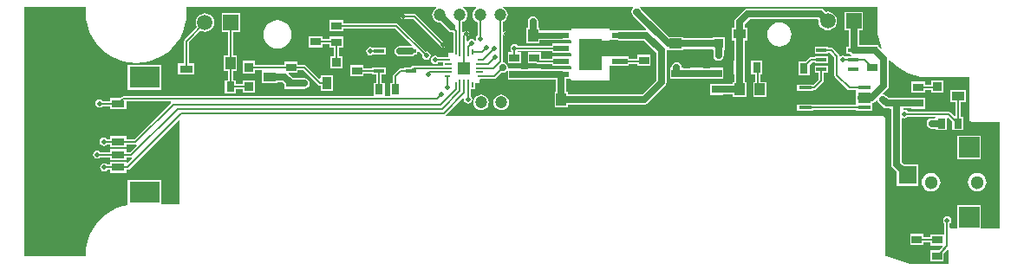
<source format=gtl>
%FSLAX25Y25*%
%MOIN*%
G70*
G01*
G75*
G04 Layer_Physical_Order=1*
G04 Layer_Color=255*
%ADD10R,0.07874X0.07874*%
%ADD11R,0.07087X0.07087*%
%ADD12R,0.03937X0.01575*%
%ADD13R,0.03937X0.03150*%
%ADD14R,0.03150X0.03937*%
%ADD15R,0.03937X0.04724*%
%ADD16R,0.04724X0.03937*%
%ADD17R,0.05118X0.05118*%
%ADD18R,0.02362X0.00787*%
%ADD19R,0.03150X0.00787*%
%ADD20R,0.00787X0.02362*%
%ADD21R,0.00787X0.03150*%
%ADD22C,0.04724*%
%ADD23R,0.11811X0.08268*%
%ADD24R,0.05118X0.03150*%
%ADD25R,0.05118X0.03150*%
%ADD26R,0.05000X0.03600*%
%ADD27R,0.03600X0.03600*%
%ADD28R,0.03600X0.05000*%
%ADD29R,0.03600X0.03600*%
%ADD30R,0.08898X0.12402*%
%ADD31R,0.05906X0.02400*%
%ADD32R,0.05118X0.01260*%
%ADD33C,0.02756*%
%ADD34C,0.00787*%
%ADD35C,0.02362*%
%ADD36C,0.01969*%
%ADD37R,0.09252X0.06142*%
%ADD38C,0.05118*%
%ADD39R,0.05906X0.05906*%
%ADD40C,0.05906*%
%ADD41C,0.01969*%
%ADD42C,0.02756*%
G36*
X329006Y-8858D02*
X328986D01*
X329152Y-11396D01*
X329648Y-13890D01*
X330466Y-16297D01*
X330851Y-17079D01*
X330445Y-17370D01*
X329535Y-16460D01*
X329503Y-16439D01*
Y-15714D01*
X324385D01*
Y-15872D01*
X321957D01*
Y-10153D01*
X323493D01*
Y-3067D01*
X316407D01*
Y-10153D01*
X317943D01*
Y-16468D01*
X317168D01*
Y-19223D01*
X318481D01*
X318531Y-19298D01*
X319176Y-19729D01*
X319030Y-20208D01*
X317168D01*
Y-20208D01*
X316610Y-20208D01*
X316452Y-20102D01*
X315838Y-19980D01*
X315223Y-20102D01*
X315013Y-20243D01*
X314529Y-20119D01*
X314508Y-20079D01*
X314508Y-20079D01*
X314508D01*
Y-20079D01*
X314508D01*
X314508Y-20079D01*
X314431Y-19695D01*
X314213Y-19369D01*
X311980Y-17136D01*
X311655Y-16918D01*
X311271Y-16842D01*
X310081D01*
Y-16468D01*
X304963D01*
Y-19223D01*
X310081D01*
Y-18849D01*
X310855D01*
X312500Y-20494D01*
Y-27559D01*
X312500Y-27559D01*
X312500D01*
X312577Y-27943D01*
X312794Y-28269D01*
X317572Y-33047D01*
X317898Y-33264D01*
X317962Y-33277D01*
X318282Y-33341D01*
X320849D01*
X320849Y-33558D01*
X320849D01*
X320849Y-33676D01*
X320849D01*
Y-35991D01*
X320788Y-36299D01*
X320849Y-36607D01*
Y-38440D01*
X320849Y-38440D01*
X320849D01*
X320849Y-38676D01*
Y-38794D01*
X320849D01*
X320849Y-39011D01*
X304511D01*
Y-38794D01*
X298212D01*
Y-41235D01*
X304511D01*
Y-41018D01*
X320849D01*
Y-41235D01*
X327149D01*
Y-39029D01*
X327149Y-39029D01*
D01*
D01*
X327149Y-38794D01*
Y-38784D01*
Y-38735D01*
X327149Y-38676D01*
X327149Y-38440D01*
X327149Y-38440D01*
X327149D01*
Y-38192D01*
X327343Y-38153D01*
X327994Y-37718D01*
X328636Y-37076D01*
X329115Y-37221D01*
X329190Y-37598D01*
X329625Y-38249D01*
X331161Y-39785D01*
X331812Y-40220D01*
X332580Y-40373D01*
X333809D01*
Y-40531D01*
X334361D01*
Y-61725D01*
X334514Y-62493D01*
X334949Y-63144D01*
X336497Y-64693D01*
Y-70122D01*
X344765D01*
Y-61854D01*
X339336D01*
X338375Y-60894D01*
Y-44135D01*
X338816Y-43899D01*
X338913Y-43964D01*
X339528Y-44086D01*
X340142Y-43964D01*
X340663Y-43616D01*
X340751Y-43484D01*
X351139D01*
X351297Y-43641D01*
X351105Y-44103D01*
X349968D01*
X349200Y-44256D01*
X348549Y-44691D01*
X348114Y-45342D01*
X347961Y-46110D01*
X348114Y-46878D01*
X348549Y-47529D01*
X349200Y-47964D01*
X349968Y-48117D01*
X351493D01*
Y-48669D01*
X355824D01*
Y-44049D01*
X356286Y-43857D01*
X357792Y-45364D01*
Y-48669D01*
X362123D01*
Y-43551D01*
X361044D01*
Y-37979D01*
X363131D01*
Y-33198D01*
X356950D01*
Y-37979D01*
X359037D01*
Y-43117D01*
X358575Y-43308D01*
X357038Y-41771D01*
X356712Y-41553D01*
X356328Y-41477D01*
X340751D01*
X340663Y-41345D01*
X340142Y-40997D01*
X339528Y-40875D01*
X339362Y-40907D01*
X338947Y-40630D01*
X338927Y-40531D01*
X338927D01*
X338927Y-40373D01*
X342164D01*
Y-40531D01*
X347283D01*
Y-36200D01*
X342164D01*
Y-36359D01*
X338927D01*
Y-36200D01*
X333809D01*
Y-36359D01*
X333411D01*
X332463Y-35411D01*
X331812Y-34976D01*
X331044Y-34823D01*
X330990Y-34722D01*
X332876Y-32836D01*
X333311Y-32185D01*
X333464Y-31417D01*
X333464Y-31417D01*
X333464Y-31417D01*
Y-31417D01*
Y-21927D01*
X333932Y-21751D01*
X334680Y-22604D01*
X336592Y-24281D01*
X338706Y-25693D01*
X340986Y-26818D01*
X343394Y-27635D01*
X345888Y-28131D01*
X348425Y-28297D01*
Y-28277D01*
X364243D01*
Y-44291D01*
X364327Y-44717D01*
X364568Y-45078D01*
X364929Y-45319D01*
X365354Y-45403D01*
X376054D01*
Y-86098D01*
Y-86487D01*
X368781D01*
Y-77602D01*
X359726D01*
Y-86487D01*
X357481D01*
X357256Y-86531D01*
X356870Y-86214D01*
Y-84688D01*
X357001Y-84600D01*
X357350Y-84079D01*
X357472Y-83465D01*
X357350Y-82850D01*
X357001Y-82329D01*
X356481Y-81981D01*
X355866Y-81859D01*
X355252Y-81981D01*
X354731Y-82329D01*
X354383Y-82850D01*
X354260Y-83465D01*
X354383Y-84079D01*
X354731Y-84600D01*
X354863Y-84688D01*
Y-88729D01*
X354863D01*
X354512D01*
X354509Y-88729D01*
X354509Y-88729D01*
Y-88729D01*
X349394D01*
Y-89857D01*
X346739D01*
Y-88695D01*
X341621D01*
Y-93026D01*
X346739D01*
Y-91864D01*
X349394D01*
Y-93059D01*
X354014D01*
X354205Y-93521D01*
X352699Y-95028D01*
X349394D01*
Y-99359D01*
X354512D01*
Y-96053D01*
X355907Y-94659D01*
X356369Y-94850D01*
Y-100069D01*
X341891D01*
X332595Y-97358D01*
X332438Y-97344D01*
X332284Y-97313D01*
X332214D01*
Y-44291D01*
X332130Y-43866D01*
X331889Y-43505D01*
X331528Y-43264D01*
X331102Y-43179D01*
X163381D01*
X163190Y-42717D01*
X169729Y-36179D01*
X170169Y-36415D01*
X170091Y-36811D01*
X170213Y-37426D01*
X170561Y-37946D01*
X171082Y-38295D01*
X171696Y-38417D01*
X172311Y-38295D01*
X172832Y-37946D01*
X173180Y-37426D01*
X173302Y-36811D01*
X173180Y-36197D01*
X172832Y-35676D01*
X172700Y-35588D01*
Y-32835D01*
X174252D01*
Y-30669D01*
X176024D01*
Y-29233D01*
X176410Y-28916D01*
X176417Y-28917D01*
X181614D01*
X181998Y-28841D01*
X182324Y-28623D01*
X184510Y-26437D01*
X185000Y-26535D01*
X185768Y-26382D01*
X186419Y-25947D01*
X186524Y-25790D01*
X187003Y-25935D01*
Y-29298D01*
X192121D01*
Y-29113D01*
X194623D01*
Y-29298D01*
X199741D01*
Y-29113D01*
X205444D01*
Y-33877D01*
X204918D01*
Y-39783D01*
X210036D01*
Y-38837D01*
X239469D01*
X240237Y-38684D01*
X240888Y-38249D01*
X247404Y-31734D01*
X247838Y-31083D01*
X247864Y-30956D01*
X247991Y-30315D01*
Y-18032D01*
X248014Y-17998D01*
X248376Y-17926D01*
X248376Y-17926D01*
X248376Y-17926D01*
X254282D01*
Y-17385D01*
X257420D01*
Y-17542D01*
X262538D01*
Y-17385D01*
X265623D01*
Y-17769D01*
X265985D01*
Y-19961D01*
X265985Y-19961D01*
X265985D01*
X266138Y-20729D01*
X266573Y-21380D01*
X267224Y-21815D01*
X267992Y-21968D01*
X268760Y-21815D01*
X269411Y-21380D01*
X269846Y-20729D01*
X269999Y-19961D01*
Y-17769D01*
X270404D01*
Y-12988D01*
X265623D01*
Y-13371D01*
X262538D01*
Y-13211D01*
X257420D01*
Y-13371D01*
X254282D01*
Y-12808D01*
X249032D01*
X238232Y-2008D01*
X237994Y-1652D01*
X237403Y-1257D01*
Y-1257D01*
X237403D01*
X237343Y-1217D01*
Y-1217D01*
X237353Y-1112D01*
X329006D01*
Y-8858D01*
D02*
G37*
G36*
X159513Y-1602D02*
X159346Y-1671D01*
X158827Y-2070D01*
X158723Y-2139D01*
X158654Y-2242D01*
X158256Y-2761D01*
X157958Y-3480D01*
X157857Y-4250D01*
X157958Y-5021D01*
X158256Y-5740D01*
X158729Y-6357D01*
X159346Y-6830D01*
X160064Y-7127D01*
X160835Y-7229D01*
X160959Y-7213D01*
X164137Y-10391D01*
X164788Y-10826D01*
X165556Y-10978D01*
X165578Y-10974D01*
X165965Y-11291D01*
Y-18465D01*
X165966Y-18472D01*
X165649Y-18858D01*
X164213D01*
Y-20295D01*
X163826Y-20612D01*
X163819Y-20611D01*
X160229D01*
X160141Y-20479D01*
X159620Y-20131D01*
X159006Y-20008D01*
X158391Y-20131D01*
X157870Y-20479D01*
X157522Y-21000D01*
X157400Y-21614D01*
X157522Y-22229D01*
X157870Y-22749D01*
X158391Y-23098D01*
X159006Y-23220D01*
X159620Y-23098D01*
X160141Y-22749D01*
X160229Y-22618D01*
X162047D01*
Y-23760D01*
X150610D01*
X150289Y-23824D01*
X150225Y-23837D01*
X149900Y-24054D01*
X149562Y-24392D01*
X147044D01*
Y-24767D01*
X145805D01*
X145421Y-24843D01*
X145095Y-25060D01*
X143067Y-27089D01*
X142849Y-27415D01*
X142773Y-27799D01*
X142773Y-27799D01*
X142773D01*
X142773Y-27799D01*
X142773D01*
Y-30421D01*
X141611D01*
Y-35539D01*
D01*
Y-35539D01*
X141500Y-35650D01*
X139642D01*
Y-35650D01*
Y-35539D01*
X139642Y-35296D01*
X139642Y-35296D01*
X139642D01*
Y-30421D01*
X138480D01*
Y-27148D01*
X139957D01*
Y-24392D01*
X134839D01*
Y-24767D01*
X131554D01*
Y-23654D01*
X126436D01*
Y-27985D01*
X131554D01*
Y-26774D01*
X134839D01*
Y-27148D01*
X136474D01*
Y-30421D01*
X135312D01*
Y-35296D01*
X135312Y-35296D01*
X135312D01*
X135312Y-35539D01*
X135201Y-35650D01*
X38980D01*
X38596Y-35726D01*
X38271Y-35944D01*
X37976Y-36238D01*
X34080D01*
Y-37400D01*
X31245D01*
X31157Y-37268D01*
X30636Y-36920D01*
X30022Y-36798D01*
X29407Y-36920D01*
X28886Y-37268D01*
X28538Y-37789D01*
X28416Y-38404D01*
X28538Y-39018D01*
X28886Y-39539D01*
X29407Y-39887D01*
X30022Y-40009D01*
X30636Y-39887D01*
X31157Y-39539D01*
X31245Y-39407D01*
X34080D01*
Y-40569D01*
X40380D01*
Y-37657D01*
X57278D01*
X57470Y-38119D01*
X43425Y-52164D01*
X40380D01*
Y-51002D01*
X34080D01*
Y-52164D01*
X32859D01*
X32771Y-52032D01*
X32250Y-51684D01*
X31636Y-51562D01*
X31021Y-51684D01*
X30500Y-52032D01*
X30152Y-52553D01*
X30030Y-53167D01*
X30152Y-53782D01*
X30500Y-54303D01*
X31021Y-54651D01*
X31636Y-54773D01*
X32250Y-54651D01*
X32771Y-54303D01*
X32859Y-54171D01*
X34080D01*
Y-55333D01*
X40380D01*
Y-54171D01*
X43840D01*
X44100Y-54119D01*
X44335Y-54560D01*
X41811Y-57085D01*
X40380D01*
Y-55923D01*
X34080D01*
Y-57085D01*
X30300D01*
X30212Y-56953D01*
X29691Y-56605D01*
X29077Y-56483D01*
X28462Y-56605D01*
X27941Y-56953D01*
X27593Y-57474D01*
X27471Y-58089D01*
X27593Y-58703D01*
X27941Y-59224D01*
X28462Y-59572D01*
X29077Y-59694D01*
X29691Y-59572D01*
X30212Y-59224D01*
X30300Y-59092D01*
X34080D01*
Y-60254D01*
X40380D01*
Y-59092D01*
X42226D01*
X42436Y-59051D01*
X42672Y-59491D01*
X40841Y-61322D01*
X40380Y-61131D01*
Y-60845D01*
X34080D01*
Y-62006D01*
X33056D01*
X32968Y-61875D01*
X32447Y-61527D01*
X31833Y-61404D01*
X31218Y-61527D01*
X30697Y-61875D01*
X30349Y-62396D01*
X30227Y-63010D01*
X30349Y-63625D01*
X30697Y-64145D01*
X31218Y-64493D01*
X31833Y-64616D01*
X32447Y-64493D01*
X32968Y-64145D01*
X33056Y-64013D01*
X34080D01*
Y-65175D01*
X40380D01*
Y-64013D01*
X40573D01*
X40957Y-63937D01*
X41282Y-63720D01*
X60237Y-44765D01*
X60699Y-44956D01*
Y-77235D01*
X53765D01*
Y-67931D01*
X40773D01*
Y-77380D01*
X40773D01*
Y-77537D01*
X39063Y-77877D01*
X36655Y-78694D01*
X34375Y-79819D01*
X32261Y-81231D01*
X30349Y-82908D01*
X28672Y-84820D01*
X27260Y-86934D01*
X26135Y-89214D01*
X25318Y-91622D01*
X24822Y-94116D01*
X24655Y-96654D01*
X24676D01*
X24676Y-96654D01*
Y-97313D01*
X1112D01*
Y-1112D01*
X24676D01*
Y-3346D01*
X24676Y-3347D01*
X24655D01*
X24822Y-5884D01*
X25318Y-8378D01*
X26135Y-10786D01*
X27260Y-13066D01*
X28672Y-15180D01*
X30349Y-17092D01*
X32261Y-18769D01*
X34375Y-20181D01*
X36655Y-21306D01*
X39063Y-22123D01*
X41557Y-22619D01*
X44094Y-22786D01*
X46632Y-22619D01*
X49126Y-22123D01*
X51534Y-21306D01*
X53814Y-20181D01*
X55928Y-18769D01*
X57840Y-17092D01*
X59517Y-15180D01*
X60929Y-13066D01*
X62054Y-10786D01*
X62871Y-8378D01*
X63367Y-5884D01*
X63534Y-3347D01*
X63513D01*
Y-1112D01*
X159415D01*
X159513Y-1602D01*
D02*
G37*
G36*
X229183Y-13961D02*
X229951Y-14113D01*
X239228D01*
X243977Y-18863D01*
Y-29484D01*
X238638Y-34823D01*
X210036D01*
Y-33877D01*
X209458D01*
Y-28897D01*
X210994D01*
Y-28897D01*
X211097D01*
X211451Y-29250D01*
Y-29606D01*
X225951D01*
Y-23897D01*
X226408D01*
Y-23897D01*
X233494D01*
Y-23110D01*
X236701D01*
Y-23996D01*
X241819D01*
Y-19665D01*
X236701D01*
Y-21103D01*
X233494D01*
Y-20316D01*
X226408D01*
Y-20316D01*
X226304D01*
X225951Y-19962D01*
Y-13897D01*
X226408D01*
Y-13897D01*
X229087D01*
X229183Y-13961D01*
D02*
G37*
G36*
X174928Y-1602D02*
X174761Y-1671D01*
X174144Y-2145D01*
X173671Y-2761D01*
X173373Y-3480D01*
X173272Y-4250D01*
X173373Y-5021D01*
X173671Y-5740D01*
X174144Y-6357D01*
X174761Y-6830D01*
X175296Y-7051D01*
Y-12241D01*
X175164Y-12329D01*
X174816Y-12850D01*
X174694Y-13465D01*
X174786Y-13928D01*
X174324Y-14119D01*
X174206Y-13943D01*
X173685Y-13595D01*
X173071Y-13473D01*
X172456Y-13595D01*
X171935Y-13943D01*
X171600Y-14445D01*
X171122Y-14300D01*
Y-12699D01*
X171694Y-12127D01*
X171911Y-11801D01*
X171988Y-11417D01*
X171911Y-11033D01*
X171694Y-10708D01*
X171368Y-10490D01*
X170984Y-10414D01*
X170600Y-10490D01*
X170275Y-10708D01*
X170012Y-10970D01*
X169550Y-10779D01*
Y-7029D01*
X170032Y-6830D01*
X170649Y-6357D01*
X171122Y-5740D01*
X171420Y-5021D01*
X171521Y-4250D01*
X171420Y-3480D01*
X171122Y-2761D01*
X170649Y-2145D01*
X170032Y-1671D01*
X169314Y-1374D01*
X168543Y-1272D01*
X168703Y-1112D01*
X174830D01*
X174928Y-1602D01*
D02*
G37*
G36*
X235247Y-1590D02*
X235156Y-1652D01*
X235132Y-1687D01*
X235097Y-1711D01*
X234662Y-2362D01*
X234509Y-3130D01*
X234662Y-3898D01*
X235097Y-4549D01*
X240185Y-9637D01*
X239993Y-10099D01*
X229951D01*
X229183Y-10252D01*
X229087Y-10316D01*
X226408D01*
Y-10316D01*
X226304D01*
X225951Y-9962D01*
Y-9606D01*
X211451D01*
Y-10316D01*
X210994D01*
Y-10316D01*
X207530D01*
X207451Y-10300D01*
X199147D01*
Y-9228D01*
X198661D01*
Y-6890D01*
X198508Y-6122D01*
X198073Y-5471D01*
X197422Y-5035D01*
X196653Y-4883D01*
X195886Y-5035D01*
X195234Y-5471D01*
X194799Y-6122D01*
X194647Y-6890D01*
Y-9228D01*
X194029D01*
Y-15133D01*
X199147D01*
Y-13913D01*
X207451D01*
X207530Y-13897D01*
X210994D01*
Y-13897D01*
X211097D01*
X211451Y-14250D01*
Y-15316D01*
X210994D01*
Y-15316D01*
X203907D01*
Y-16103D01*
X190772D01*
X190697Y-15991D01*
X190176Y-15643D01*
X189562Y-15520D01*
X188947Y-15643D01*
X188426Y-15991D01*
X188078Y-16511D01*
X187956Y-17126D01*
X188078Y-17740D01*
X188403Y-18227D01*
X188219Y-18571D01*
X188155Y-18668D01*
X187003D01*
Y-22999D01*
X192121D01*
Y-18668D01*
X190969D01*
X190904Y-18571D01*
X190720Y-18227D01*
X190798Y-18110D01*
X203907D01*
Y-18897D01*
X210994D01*
Y-18897D01*
X211097D01*
X211451Y-19250D01*
Y-20316D01*
X210994D01*
Y-20316D01*
X203907D01*
Y-21103D01*
X199741D01*
Y-18668D01*
X194623D01*
Y-22999D01*
X198018D01*
X198071Y-23033D01*
X198134Y-23046D01*
X198455Y-23110D01*
X203907D01*
Y-23897D01*
X210994D01*
Y-23897D01*
X211097D01*
X211451Y-24250D01*
Y-25316D01*
X210994D01*
Y-25316D01*
X208314D01*
X208219Y-25252D01*
X207451Y-25099D01*
X199741D01*
Y-24967D01*
X194623D01*
Y-25099D01*
X192121D01*
Y-24967D01*
X187314D01*
X186996Y-24581D01*
X187007Y-24528D01*
X186854Y-23760D01*
X186419Y-23108D01*
X185768Y-22673D01*
X185000Y-22521D01*
X184942Y-22227D01*
X184961Y-22128D01*
X184961Y-22128D01*
X184961Y-22128D01*
Y-22128D01*
Y-11899D01*
X185451Y-11801D01*
X185668Y-12127D01*
X185994Y-12344D01*
X186378Y-12421D01*
X187535D01*
X188004Y-12890D01*
X188330Y-13107D01*
X188714Y-13184D01*
X189098Y-13107D01*
X189423Y-12890D01*
X189641Y-12564D01*
X189717Y-12180D01*
X189641Y-11796D01*
X189423Y-11471D01*
X188660Y-10708D01*
X188335Y-10490D01*
X187951Y-10414D01*
X186378D01*
X185994Y-10490D01*
X185668Y-10708D01*
X185451Y-11033D01*
X184961Y-10936D01*
Y-7031D01*
X185447Y-6830D01*
X186064Y-6357D01*
X186537Y-5740D01*
X186835Y-5021D01*
X186936Y-4250D01*
X186835Y-3480D01*
X186537Y-2761D01*
X186064Y-2145D01*
X185447Y-1671D01*
X184729Y-1374D01*
X183958Y-1272D01*
X184118Y-1112D01*
X235102D01*
X235247Y-1590D01*
D02*
G37*
%LPC*%
G36*
X84053Y-3687D02*
X76967D01*
Y-10773D01*
X79450D01*
Y-20018D01*
X77681D01*
Y-25923D01*
X79450D01*
Y-29402D01*
X78092D01*
Y-34520D01*
X82422D01*
Y-32965D01*
X85026D01*
Y-34282D01*
X89807D01*
Y-29501D01*
X85026D01*
Y-30958D01*
X82422D01*
Y-29402D01*
X81457D01*
Y-25923D01*
X82799D01*
Y-20018D01*
X81457D01*
Y-10773D01*
X84053D01*
Y-3687D01*
D02*
G37*
G36*
X89807Y-22001D02*
X85026D01*
Y-26783D01*
X89807D01*
Y-25455D01*
X92326D01*
Y-25801D01*
X92326D01*
Y-30582D01*
X98507D01*
Y-30199D01*
X100291D01*
X101081Y-30989D01*
Y-32875D01*
X106199D01*
Y-32717D01*
X108741D01*
X109509Y-32564D01*
X110160Y-32129D01*
X110595Y-31478D01*
X110748Y-30710D01*
X110595Y-29941D01*
X110160Y-29290D01*
X109509Y-28855D01*
X108741Y-28703D01*
X106199D01*
Y-28544D01*
X104313D01*
X102542Y-26773D01*
X102601Y-26576D01*
X106199D01*
Y-25455D01*
X108288D01*
X114026Y-31193D01*
X114351Y-31411D01*
X114415Y-31423D01*
X114735Y-31487D01*
X114918D01*
Y-33574D01*
X119699D01*
Y-27393D01*
X114918D01*
Y-28593D01*
X114456Y-28785D01*
X109414Y-23742D01*
X109088Y-23525D01*
X108704Y-23448D01*
X106199D01*
Y-22245D01*
X101081D01*
Y-23448D01*
X89807D01*
Y-22001D01*
D02*
G37*
G36*
X310081Y-23948D02*
X304963D01*
Y-26704D01*
X306519D01*
Y-29188D01*
X304567Y-31140D01*
X304511Y-31117D01*
Y-31117D01*
X304511Y-31117D01*
X298212D01*
Y-33558D01*
X304511D01*
Y-33341D01*
X304789D01*
X305173Y-33264D01*
X305498Y-33047D01*
X308232Y-30314D01*
X308449Y-29988D01*
X308526Y-29604D01*
X308526Y-29604D01*
X308526Y-29604D01*
Y-29604D01*
Y-26704D01*
X310081D01*
Y-23948D01*
D02*
G37*
G36*
X53765Y-23640D02*
X40773D01*
Y-33089D01*
X53765D01*
Y-23640D01*
D02*
G37*
G36*
X284884Y-22011D02*
X280554D01*
Y-27129D01*
X282070D01*
Y-30062D01*
X281329D01*
Y-35967D01*
X286447D01*
Y-30062D01*
X284077D01*
Y-27129D01*
X284884D01*
Y-22011D01*
D02*
G37*
G36*
X367403Y-65170D02*
X366478Y-65292D01*
X365616Y-65649D01*
X364876Y-66217D01*
X364308Y-66957D01*
X363951Y-67819D01*
X363829Y-68744D01*
X363951Y-69669D01*
X364308Y-70531D01*
X364876Y-71271D01*
X365616Y-71839D01*
X366478Y-72196D01*
X367403Y-72318D01*
X368328Y-72196D01*
X369190Y-71839D01*
X369930Y-71271D01*
X370498Y-70531D01*
X370855Y-69669D01*
X370977Y-68744D01*
X370855Y-67819D01*
X370498Y-66957D01*
X369930Y-66217D01*
X369190Y-65649D01*
X368328Y-65292D01*
X367403Y-65170D01*
D02*
G37*
G36*
X349687D02*
X348762Y-65292D01*
X347900Y-65649D01*
X347159Y-66217D01*
X346591Y-66957D01*
X346234Y-67819D01*
X346113Y-68744D01*
X346234Y-69669D01*
X346591Y-70531D01*
X347159Y-71271D01*
X347900Y-71839D01*
X348762Y-72196D01*
X349687Y-72318D01*
X350611Y-72196D01*
X351473Y-71839D01*
X352214Y-71271D01*
X352782Y-70531D01*
X353139Y-69669D01*
X353260Y-68744D01*
X353139Y-67819D01*
X352782Y-66957D01*
X352214Y-66217D01*
X351473Y-65649D01*
X350611Y-65292D01*
X349687Y-65170D01*
D02*
G37*
G36*
X368781Y-50831D02*
X359726D01*
Y-59886D01*
X368781D01*
Y-50831D01*
D02*
G37*
G36*
X184434Y-35032D02*
X183664Y-35133D01*
X182945Y-35431D01*
X182328Y-35904D01*
X181855Y-36521D01*
X181558Y-37239D01*
X181456Y-38010D01*
X181558Y-38781D01*
X181855Y-39499D01*
X182328Y-40116D01*
X182945Y-40589D01*
X183664Y-40887D01*
X184434Y-40988D01*
X185205Y-40887D01*
X185924Y-40589D01*
X186540Y-40116D01*
X187014Y-39499D01*
X187311Y-38781D01*
X187413Y-38010D01*
X187311Y-37239D01*
X187014Y-36521D01*
X186540Y-35904D01*
X185924Y-35431D01*
X185205Y-35133D01*
X184434Y-35032D01*
D02*
G37*
G36*
X176674D02*
X175904Y-35133D01*
X175185Y-35431D01*
X174569Y-35904D01*
X174095Y-36521D01*
X173798Y-37239D01*
X173696Y-38010D01*
X173798Y-38781D01*
X174095Y-39499D01*
X174569Y-40116D01*
X175185Y-40589D01*
X175904Y-40887D01*
X176674Y-40988D01*
X177445Y-40887D01*
X178164Y-40589D01*
X178780Y-40116D01*
X179254Y-39499D01*
X179551Y-38781D01*
X179653Y-38010D01*
X179551Y-37239D01*
X179254Y-36521D01*
X178780Y-35904D01*
X178164Y-35431D01*
X177445Y-35133D01*
X176674Y-35032D01*
D02*
G37*
G36*
X354431Y-29398D02*
X349650D01*
Y-31063D01*
X347283D01*
Y-29901D01*
X342164D01*
Y-34232D01*
X347283D01*
Y-33070D01*
X349650D01*
Y-34179D01*
X354431D01*
Y-29398D01*
D02*
G37*
G36*
X98418Y-6344D02*
X97003Y-6530D01*
X95684Y-7076D01*
X94551Y-7945D01*
X93682Y-9078D01*
X93136Y-10396D01*
X92950Y-11812D01*
X93136Y-13227D01*
X93682Y-14546D01*
X94551Y-15678D01*
X95684Y-16547D01*
X97003Y-17093D01*
X98418Y-17280D01*
X99833Y-17093D01*
X101152Y-16547D01*
X102285Y-15678D01*
X103153Y-14546D01*
X103700Y-13227D01*
X103886Y-11812D01*
X103700Y-10396D01*
X103153Y-9078D01*
X102285Y-7945D01*
X101152Y-7076D01*
X99833Y-6530D01*
X98418Y-6344D01*
D02*
G37*
G36*
X70510Y-3656D02*
X69585Y-3778D01*
X68723Y-4135D01*
X67983Y-4703D01*
X67415Y-5443D01*
X67058Y-6305D01*
X66936Y-7230D01*
X67058Y-8155D01*
X67382Y-8938D01*
X62588Y-13733D01*
X62370Y-14059D01*
X62294Y-14443D01*
Y-22988D01*
X60148D01*
Y-27318D01*
X66447D01*
Y-22988D01*
X64301D01*
Y-14858D01*
X68802Y-10358D01*
X69585Y-10682D01*
X70510Y-10804D01*
X71435Y-10682D01*
X72297Y-10325D01*
X73037Y-9757D01*
X73605Y-9017D01*
X73962Y-8155D01*
X74084Y-7230D01*
X73962Y-6305D01*
X73605Y-5443D01*
X73037Y-4703D01*
X72297Y-4135D01*
X71435Y-3778D01*
X70510Y-3656D01*
D02*
G37*
G36*
X150974Y-3957D02*
X146811D01*
X146427Y-4033D01*
X146101Y-4251D01*
X145884Y-4577D01*
X145808Y-4961D01*
X145884Y-5345D01*
X146101Y-5670D01*
X146427Y-5888D01*
X146811Y-5964D01*
X150559D01*
X161256Y-16661D01*
X161581Y-16879D01*
X161965Y-16955D01*
X162349Y-16879D01*
X162675Y-16661D01*
X162892Y-16335D01*
X162969Y-15951D01*
X162892Y-15567D01*
X162675Y-15242D01*
X151684Y-4251D01*
X151358Y-4033D01*
X150974Y-3957D01*
D02*
G37*
G36*
X123664Y-6281D02*
X118546D01*
Y-10611D01*
X123664D01*
Y-9449D01*
X143739D01*
X150204Y-15914D01*
X149968Y-16355D01*
X149603Y-16283D01*
X145416D01*
X144648Y-16435D01*
X143997Y-16871D01*
X143561Y-17522D01*
X143409Y-18290D01*
X143561Y-19058D01*
X143997Y-19709D01*
X144648Y-20144D01*
X145416Y-20297D01*
X149603D01*
X150371Y-20144D01*
X151022Y-19709D01*
X151050Y-19668D01*
X152162D01*
Y-18526D01*
X152624Y-18335D01*
X154095Y-19805D01*
X154064Y-19961D01*
X154186Y-20575D01*
X154534Y-21096D01*
X155055Y-21444D01*
X155669Y-21566D01*
X156284Y-21444D01*
X156805Y-21096D01*
X157153Y-20575D01*
X157275Y-19961D01*
X157153Y-19346D01*
X156805Y-18825D01*
X156284Y-18477D01*
X155669Y-18355D01*
X155514Y-18386D01*
X144864Y-7736D01*
X144539Y-7519D01*
X144155Y-7442D01*
X123664D01*
Y-6281D01*
D02*
G37*
G36*
X291332Y-7138D02*
X290122Y-7297D01*
X288995Y-7764D01*
X288027Y-8507D01*
X287284Y-9475D01*
X286817Y-10602D01*
X286658Y-11812D01*
X286817Y-13021D01*
X287284Y-14149D01*
X288027Y-15117D01*
X288995Y-15859D01*
X290122Y-16326D01*
X291332Y-16486D01*
X292541Y-16326D01*
X293668Y-15859D01*
X294636Y-15117D01*
X295379Y-14149D01*
X295846Y-13021D01*
X296005Y-11812D01*
X295846Y-10602D01*
X295379Y-9475D01*
X294636Y-8507D01*
X293668Y-7764D01*
X292541Y-7297D01*
X291332Y-7138D01*
D02*
G37*
G36*
X115614Y-12500D02*
X110496D01*
Y-16830D01*
X115614D01*
Y-15669D01*
X118546D01*
Y-16911D01*
X120105D01*
Y-20093D01*
X118718D01*
Y-24874D01*
X123499D01*
Y-20093D01*
X122112D01*
Y-16911D01*
X123664D01*
Y-12580D01*
X118546D01*
Y-13662D01*
X115614D01*
Y-12500D01*
D02*
G37*
G36*
X251850Y-22521D02*
X251082Y-22673D01*
X250431Y-23108D01*
X249996Y-23760D01*
X249843Y-24528D01*
Y-24569D01*
X249307D01*
Y-28899D01*
X254425D01*
Y-28739D01*
X256937D01*
Y-28896D01*
X262055D01*
Y-28739D01*
X264685D01*
Y-28898D01*
X269803D01*
Y-24567D01*
X264685D01*
Y-24725D01*
X262055D01*
Y-24565D01*
X256937D01*
Y-24725D01*
X254425D01*
Y-24569D01*
X253857D01*
Y-24528D01*
X253705Y-23760D01*
X253270Y-23108D01*
X252619Y-22673D01*
X251850Y-22521D01*
D02*
G37*
G36*
X307159Y-1812D02*
X279095D01*
X278326Y-1965D01*
X277675Y-2400D01*
X274604Y-5471D01*
X274169Y-6122D01*
X274017Y-6890D01*
Y-9288D01*
X272923D01*
Y-14069D01*
X274007D01*
Y-22011D01*
X273861D01*
Y-27129D01*
X274019D01*
Y-30062D01*
X273454D01*
Y-31007D01*
X269803D01*
Y-30866D01*
X264685D01*
Y-35197D01*
X269803D01*
Y-35021D01*
X273454D01*
Y-35967D01*
X278573D01*
Y-30062D01*
X278033D01*
Y-27129D01*
X278191D01*
Y-22011D01*
X278021D01*
Y-14069D01*
X279104D01*
Y-9288D01*
X278031D01*
Y-7721D01*
X279926Y-5826D01*
X306100D01*
X306430Y-6202D01*
X306376Y-6610D01*
X306498Y-7535D01*
X306855Y-8397D01*
X307423Y-9137D01*
X308163Y-9705D01*
X309025Y-10062D01*
X309950Y-10184D01*
X310875Y-10062D01*
X311737Y-9705D01*
X312477Y-9137D01*
X313045Y-8397D01*
X313402Y-7535D01*
X313524Y-6610D01*
X313402Y-5685D01*
X313045Y-4823D01*
X312477Y-4083D01*
X311737Y-3515D01*
X310875Y-3158D01*
X309950Y-3036D01*
X309300Y-3122D01*
X308578Y-2400D01*
X307927Y-1965D01*
X307159Y-1812D01*
D02*
G37*
G36*
X134077Y-16684D02*
X133463Y-16806D01*
X132942Y-17154D01*
X132594Y-17675D01*
X132472Y-18290D01*
X132594Y-18904D01*
X132942Y-19425D01*
X133463Y-19773D01*
X134077Y-19895D01*
X134692Y-19773D01*
X134850Y-19668D01*
X139957D01*
Y-16912D01*
X134850D01*
X134692Y-16806D01*
X134077Y-16684D01*
D02*
G37*
G36*
X310081Y-20208D02*
X304963D01*
Y-20582D01*
X303504D01*
X303120Y-20659D01*
X303012Y-20731D01*
X302794Y-20876D01*
X301320Y-22351D01*
X298644D01*
Y-27469D01*
X302975D01*
Y-23534D01*
X303920Y-22589D01*
X304963D01*
Y-22964D01*
X310081D01*
Y-20208D01*
D02*
G37*
%LPD*%
D10*
X364253Y-82130D02*
D03*
X344568D02*
D03*
X364253Y-55358D02*
D03*
X344568D02*
D03*
D11*
X340631Y-65988D02*
D03*
D12*
X319727Y-17845D02*
D03*
Y-25326D02*
D03*
Y-21586D02*
D03*
X307522D02*
D03*
Y-25326D02*
D03*
Y-17845D02*
D03*
X149603Y-18290D02*
D03*
Y-25770D02*
D03*
X137399Y-22030D02*
D03*
Y-25770D02*
D03*
Y-18290D02*
D03*
D13*
X336368Y-38366D02*
D03*
Y-32067D02*
D03*
X251866Y-33427D02*
D03*
Y-26734D02*
D03*
X259496Y-33030D02*
D03*
Y-26731D02*
D03*
X267244Y-33031D02*
D03*
Y-26732D02*
D03*
X259979Y-15376D02*
D03*
Y-8683D02*
D03*
X189562Y-20833D02*
D03*
Y-27132D02*
D03*
X197182Y-20833D02*
D03*
Y-27132D02*
D03*
X103640Y-24410D02*
D03*
Y-30710D02*
D03*
X113055Y-8366D02*
D03*
Y-14665D02*
D03*
X121105Y-8446D02*
D03*
Y-14745D02*
D03*
X128995Y-25820D02*
D03*
Y-19520D02*
D03*
X239260Y-28130D02*
D03*
Y-21830D02*
D03*
X344724Y-38366D02*
D03*
Y-32067D02*
D03*
X344180Y-97160D02*
D03*
Y-90860D02*
D03*
X351953Y-90894D02*
D03*
Y-97193D02*
D03*
X326944Y-17879D02*
D03*
Y-24572D02*
D03*
D14*
X282719Y-24570D02*
D03*
X276026D02*
D03*
X80257Y-31961D02*
D03*
X73564D02*
D03*
X143776Y-32980D02*
D03*
X137477D02*
D03*
X300810Y-24910D02*
D03*
X294510D02*
D03*
X359958Y-46110D02*
D03*
X353658D02*
D03*
D15*
X276013Y-33014D02*
D03*
X283888D02*
D03*
X72366Y-22970D02*
D03*
X80240D02*
D03*
X196588Y-12180D02*
D03*
X188714D02*
D03*
X207477Y-36830D02*
D03*
X199603D02*
D03*
D16*
X251329Y-7493D02*
D03*
Y-15367D02*
D03*
D17*
X170118Y-24764D02*
D03*
D18*
X176417Y-21614D02*
D03*
Y-27913D02*
D03*
X163819D02*
D03*
Y-21614D02*
D03*
D19*
X176024Y-23189D02*
D03*
Y-24764D02*
D03*
Y-26339D02*
D03*
X164213D02*
D03*
Y-24764D02*
D03*
Y-23189D02*
D03*
D20*
X173268Y-31063D02*
D03*
X166969D02*
D03*
Y-18465D02*
D03*
X173268D02*
D03*
D21*
X171693Y-30669D02*
D03*
X170118D02*
D03*
X168543D02*
D03*
Y-18858D02*
D03*
X170118D02*
D03*
X171693D02*
D03*
D22*
X176674Y-38010D02*
D03*
X176250Y-4250D02*
D03*
X184434Y-38010D02*
D03*
X191665Y-4250D02*
D03*
X183958D02*
D03*
X168543D02*
D03*
X160835D02*
D03*
D23*
X47269Y-28364D02*
D03*
Y-72656D02*
D03*
D24*
X37230Y-43325D02*
D03*
Y-38404D02*
D03*
Y-48246D02*
D03*
Y-53167D02*
D03*
Y-58089D02*
D03*
Y-63010D02*
D03*
D25*
X63297Y-33421D02*
D03*
Y-25153D02*
D03*
D26*
X95417Y-28192D02*
D03*
X276014Y-11678D02*
D03*
X360040Y-35588D02*
D03*
D27*
X87417Y-24392D02*
D03*
Y-31892D02*
D03*
X268014Y-7878D02*
D03*
Y-15378D02*
D03*
X352040Y-31788D02*
D03*
Y-39288D02*
D03*
D28*
X117308Y-30483D02*
D03*
D29*
X121108Y-22483D02*
D03*
X113608D02*
D03*
D30*
X218701Y-19606D02*
D03*
D31*
X229951Y-27106D02*
D03*
Y-22106D02*
D03*
Y-17106D02*
D03*
Y-12106D02*
D03*
X207451D02*
D03*
Y-17106D02*
D03*
Y-22106D02*
D03*
Y-27106D02*
D03*
D32*
X301361Y-32337D02*
D03*
Y-34896D02*
D03*
Y-37455D02*
D03*
X323999Y-32337D02*
D03*
Y-34896D02*
D03*
Y-37455D02*
D03*
X301361Y-40014D02*
D03*
X323999D02*
D03*
D33*
X245984Y-30315D02*
Y-18032D01*
X239469Y-36830D02*
X245984Y-30315D01*
X240059Y-12106D02*
X245984Y-18032D01*
X229951Y-12106D02*
X240059D01*
X276026Y-33002D02*
Y-24570D01*
X322795Y-36299D02*
X323999D01*
X328115Y-17879D02*
X331290Y-21054D01*
Y-21116D02*
Y-21054D01*
Y-21116D02*
X331457Y-21283D01*
X276014Y-24558D02*
Y-11678D01*
X267261Y-33014D02*
X276013D01*
X189562Y-27132D02*
X189588Y-27106D01*
X248753Y-15367D02*
X251329D01*
X336368Y-38366D02*
X344724D01*
X207451Y-36804D02*
Y-27106D01*
X189588D02*
X207451D01*
X207477Y-36830D02*
X239469D01*
X336368Y-61725D02*
Y-38366D01*
Y-61725D02*
X340631Y-65988D01*
X319950Y-17879D02*
Y-6610D01*
Y-17879D02*
X328115D01*
X349968Y-46110D02*
X353658D01*
X267992Y-19961D02*
Y-15400D01*
X251340Y-15378D02*
X268014D01*
X323999Y-36299D02*
X326575D01*
X331457Y-31417D01*
Y-21283D01*
X332580Y-38366D02*
X336368D01*
X331044Y-36830D02*
X332580Y-38366D01*
X95417Y-28192D02*
X101122D01*
X103640Y-30710D01*
X108741D01*
X276014Y-11678D02*
X276024Y-11669D01*
Y-6890D01*
X307159Y-3819D02*
X309950Y-6610D01*
X279095Y-3819D02*
X307159D01*
X276024Y-6890D02*
X279095Y-3819D01*
X251850Y-26718D02*
Y-24528D01*
X251868Y-26732D02*
X267244D01*
X236516Y-3130D02*
X248753Y-15367D01*
X145416Y-18290D02*
X149603D01*
X196653Y-12114D02*
Y-6890D01*
X160835Y-4250D02*
X165556Y-8971D01*
X160143Y-3558D02*
X160835Y-4250D01*
D34*
X143776Y-27799D02*
X145805Y-25770D01*
X143776Y-32980D02*
Y-27799D01*
X137477Y-32980D02*
Y-25849D01*
X129045Y-25770D02*
X137399D01*
X63297Y-14443D02*
X70510Y-7230D01*
X63297Y-25153D02*
Y-14443D01*
X80454Y-7286D02*
X80510Y-7230D01*
X121108Y-22483D02*
Y-14749D01*
X121025Y-14665D02*
X121108Y-14749D01*
X113055Y-14665D02*
X121025D01*
X283073Y-33071D02*
Y-24610D01*
X344180Y-90860D02*
X351919D01*
X360040Y-46027D02*
Y-35588D01*
X344724Y-32067D02*
X351762D01*
X300534Y-24556D02*
X303504Y-21586D01*
X307522D01*
X301361Y-40014D02*
X323999D01*
X307522Y-17845D02*
X311271D01*
X323958Y-21586D02*
X326944Y-24572D01*
X319727Y-21586D02*
X323958D01*
X37230Y-63010D02*
X40573D01*
X37230Y-53167D02*
X43840D01*
X37230Y-58089D02*
X42226D01*
X31636Y-53167D02*
X37230D01*
X29077Y-58089D02*
X37230D01*
X31833Y-63010D02*
X37230D01*
X30022Y-38404D02*
X37230D01*
X43840Y-53167D02*
X58268Y-38740D01*
X42226Y-58089D02*
X59921Y-40394D01*
X40573Y-63010D02*
X61378Y-42205D01*
X168547Y-18858D02*
Y-4254D01*
X168543Y-4250D02*
X168547Y-4254D01*
X183958Y-22128D02*
Y-4250D01*
X198455Y-22106D02*
X207451D01*
X197182Y-20833D02*
X198455Y-22106D01*
X163819Y-32208D02*
Y-27913D01*
X351953Y-97193D02*
X355433Y-93713D01*
X37230Y-38404D02*
X38980Y-36654D01*
X159006Y-21614D02*
X163819D01*
X157759Y-26339D02*
X164213D01*
X80454Y-31961D02*
Y-7286D01*
Y-31961D02*
X87417D01*
X315838Y-21586D02*
X319727D01*
X313504Y-27559D02*
Y-20079D01*
X311271Y-17845D02*
X313504Y-20079D01*
X145805Y-25770D02*
X149603D01*
X240726Y-22028D02*
X240749Y-22005D01*
X189562Y-20833D02*
Y-17126D01*
X189581Y-17106D02*
X207451D01*
X229951Y-22106D02*
X240169D01*
X355866Y-93280D02*
Y-83465D01*
X351953Y-97193D02*
X355866Y-93280D01*
X339528Y-42480D02*
X356328D01*
X359958Y-46110D01*
X307522Y-29604D02*
Y-25326D01*
X304789Y-32337D02*
X307522Y-29604D01*
X301361Y-32337D02*
X304789D01*
X318282D02*
X323999D01*
X313504Y-27559D02*
X318282Y-32337D01*
X87417Y-24452D02*
X108704D01*
X114735Y-30483D01*
X117308D01*
X58268Y-38740D02*
X161024D01*
X166972Y-32792D01*
X166969Y-32838D02*
Y-31063D01*
X59921Y-40394D02*
X161575D01*
X168547Y-33422D01*
X168543D02*
Y-30669D01*
X61378Y-42205D02*
X162284D01*
X170122Y-34367D01*
Y-30669D01*
X134077Y-18290D02*
X137399D01*
X121105Y-8446D02*
X144155D01*
X155669Y-19961D01*
X156296Y-27133D02*
X157090Y-26339D01*
X164213D01*
X170118Y-24764D02*
Y-18858D01*
X159846Y-36654D02*
X161493Y-35007D01*
X38980Y-36654D02*
X159846D01*
X181968Y-20551D02*
X182165D01*
X176024Y-24764D02*
X181322D01*
X183958Y-22128D01*
X176417Y-21614D02*
X177284D01*
X181811Y-17087D01*
X176024Y-23189D02*
X179330D01*
X181968Y-20551D01*
X176417Y-27913D02*
X181614D01*
X185000Y-24528D01*
X171693Y-18858D02*
Y-16457D01*
X173071Y-15079D01*
X186378Y-11417D02*
X187951D01*
X188714Y-12180D01*
X170118Y-18858D02*
Y-12284D01*
X170984Y-11417D01*
X165556Y-8971D02*
X166969Y-10384D01*
Y-18465D02*
Y-10384D01*
X149603Y-25770D02*
X150610Y-24764D01*
X164213D01*
X146811Y-4961D02*
X150974D01*
X161965Y-15951D01*
X176299Y-13465D02*
Y-4299D01*
X171696Y-36811D02*
Y-30669D01*
X173268Y-18465D02*
X176929D01*
X178661Y-16732D01*
D35*
X196662Y-12106D02*
X207451D01*
D36*
X323999Y-36654D02*
Y-36299D01*
Y-35748D01*
D37*
X224783Y-17165D02*
D03*
D38*
X367403Y-68744D02*
D03*
X349687D02*
D03*
D39*
X319950Y-6610D02*
D03*
X80510Y-7230D02*
D03*
D40*
X309950Y-6610D02*
D03*
X70510Y-7230D02*
D03*
D41*
X31636Y-53167D02*
D03*
X29077Y-58089D02*
D03*
X31833Y-63010D02*
D03*
X30022Y-38404D02*
D03*
X178661Y-16732D02*
D03*
X181811Y-17087D02*
D03*
X176674Y-38010D02*
D03*
X184370Y-38228D02*
D03*
X163819Y-32208D02*
D03*
X173071Y-15079D02*
D03*
X171696Y-36811D02*
D03*
X159006Y-21614D02*
D03*
X161493Y-35007D02*
D03*
X315838Y-21586D02*
D03*
X176299Y-13465D02*
D03*
X189562Y-17126D02*
D03*
X355866Y-83465D02*
D03*
X339528Y-42480D02*
D03*
X349968Y-46110D02*
D03*
X168776Y-23471D02*
D03*
Y-26030D02*
D03*
X171414D02*
D03*
Y-23511D02*
D03*
X216850Y-15512D02*
D03*
Y-18543D02*
D03*
X220945Y-15512D02*
D03*
X216850Y-21575D02*
D03*
X146811Y-4961D02*
D03*
X134077Y-18290D02*
D03*
X30197Y-45748D02*
D03*
X43425Y-45197D02*
D03*
X220945Y-18543D02*
D03*
Y-21575D02*
D03*
X155669Y-19961D02*
D03*
X156296Y-27133D02*
D03*
X161965Y-15951D02*
D03*
X256378Y-3032D02*
D03*
X351181Y-54213D02*
D03*
X255906Y-31772D02*
D03*
X250827Y-31653D02*
D03*
X233583Y-31378D02*
D03*
X181968Y-20551D02*
D03*
X170984Y-11417D02*
D03*
X186378D02*
D03*
X267835Y-3110D02*
D03*
X268307Y-10630D02*
D03*
X255591Y-10905D02*
D03*
X290945Y-24370D02*
D03*
X354921Y-39173D02*
D03*
X338150Y-82402D02*
D03*
X31417Y-31339D02*
D03*
X339016Y-95000D02*
D03*
X24449Y-18898D02*
D03*
X110000Y-20945D02*
D03*
X31417Y-72913D02*
D03*
X68583Y-32205D02*
D03*
X86457Y-19764D02*
D03*
X72165Y-17362D02*
D03*
X56811Y-32008D02*
D03*
X57047Y-59252D02*
D03*
X126772Y-15551D02*
D03*
X132992Y-4567D02*
D03*
X88150Y-7520D02*
D03*
X108583Y-6260D02*
D03*
D42*
X267992Y-19961D02*
D03*
X239469Y-36830D02*
D03*
X331044D02*
D03*
X108741Y-30710D02*
D03*
X236575Y-3071D02*
D03*
X276024Y-6890D02*
D03*
X251850Y-24528D02*
D03*
X185000D02*
D03*
X145416Y-18290D02*
D03*
X160143Y-3558D02*
D03*
X196653Y-6890D02*
D03*
M02*

</source>
